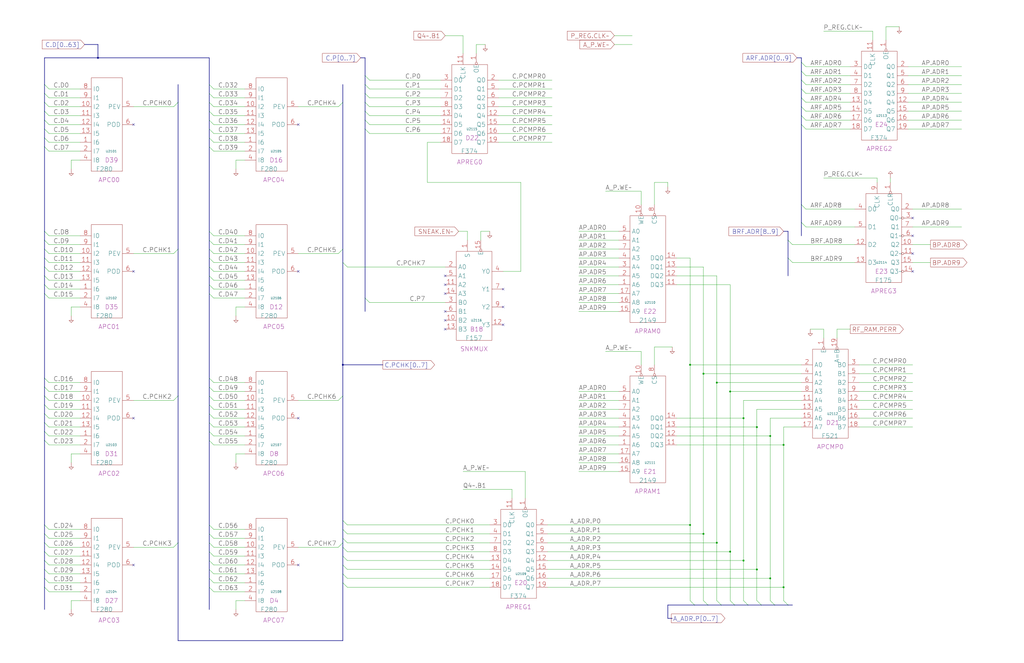
<source format=kicad_sch>
(kicad_sch (version 20230121) (generator eeschema)
  (paper "User" 584.2 378.46)
  (title_block (title "REGISTER FILE A PARITY") (date "22-MAR-90") (rev "1.0") (comment 1 "VALUE") (comment 2 "232-003063") (comment 3 "S400") (comment 4 "RELEASED"))
  (junction (at 431.8 243.84))
  (junction (at 439.42 330.2))
  (junction (at 424.18 238.76))
  (junction (at 424.18 320.04))
  (junction (at 401.32 213.36))
  (junction (at 393.7 299.72))
  (junction (at 393.7 208.28))
  (junction (at 55.88 33.02))
  (junction (at 447.04 335.28))
  (junction (at 447.04 254))
  (junction (at 408.94 309.88))
  (junction (at 431.8 325.12))
  (junction (at 195.58 208.28))
  (junction (at 408.94 218.44))
  (junction (at 416.56 314.96))
  (junction (at 439.42 248.92))
  (junction (at 401.32 304.8))
  (junction (at 416.56 223.52))
  (no_connect (at 76.2 154.94))
  (no_connect (at 520.7 154.94))
  (no_connect (at 254 177.8))
  (no_connect (at 520.7 144.78))
  (no_connect (at 254 187.96))
  (no_connect (at 170.18 322.58))
  (no_connect (at 287.02 185.42))
  (no_connect (at 76.2 71.12))
  (no_connect (at 170.18 238.76))
  (no_connect (at 287.02 175.26))
  (no_connect (at 254 182.88))
  (no_connect (at 254 167.64))
  (no_connect (at 170.18 154.94))
  (no_connect (at 287.02 165.1))
  (no_connect (at 76.2 238.76))
  (no_connect (at 170.18 71.12))
  (no_connect (at 254 162.56))
  (no_connect (at 520.7 124.46))
  (no_connect (at 76.2 322.58))
  (no_connect (at 254 157.48))
  (no_connect (at 520.7 134.62))
  (bus_entry (at 208.28 63.5) (size 2.54 2.54))
  (bus_entry (at 449.58 147.32) (size 2.54 2.54))
  (bus_entry (at 119.38 335.28) (size 2.54 2.54))
  (bus_entry (at 208.28 53.34) (size 2.54 2.54))
  (bus_entry (at 119.38 68.58) (size 2.54 2.54))
  (bus_entry (at 208.28 170.18) (size 2.54 2.54))
  (bus_entry (at 119.38 320.04) (size 2.54 2.54))
  (bus_entry (at 431.8 342.9) (size 2.54 2.54))
  (bus_entry (at 119.38 132.08) (size 2.54 2.54))
  (bus_entry (at 457.2 116.84) (size 2.54 2.54))
  (bus_entry (at 25.4 246.38) (size 2.54 2.54))
  (bus_entry (at 119.38 157.48) (size 2.54 2.54))
  (bus_entry (at 457.2 35.56) (size 2.54 2.54))
  (bus_entry (at 457.2 66.04) (size 2.54 2.54))
  (bus_entry (at 119.38 53.34) (size 2.54 2.54))
  (bus_entry (at 393.7 342.9) (size 2.54 2.54))
  (bus_entry (at 25.4 68.58) (size 2.54 2.54))
  (bus_entry (at 439.42 342.9) (size 2.54 2.54))
  (bus_entry (at 401.32 342.9) (size 2.54 2.54))
  (bus_entry (at 25.4 167.64) (size 2.54 2.54))
  (bus_entry (at 457.2 127) (size 2.54 2.54))
  (bus_entry (at 195.58 312.42) (size 2.54 2.54))
  (bus_entry (at 195.58 322.58) (size 2.54 2.54))
  (bus_entry (at 25.4 241.3) (size 2.54 2.54))
  (bus_entry (at 119.38 246.38) (size 2.54 2.54))
  (bus_entry (at 119.38 137.16) (size 2.54 2.54))
  (bus_entry (at 119.38 241.3) (size 2.54 2.54))
  (bus_entry (at 25.4 53.34) (size 2.54 2.54))
  (bus_entry (at 119.38 220.98) (size 2.54 2.54))
  (bus_entry (at 25.4 231.14) (size 2.54 2.54))
  (bus_entry (at 25.4 335.28) (size 2.54 2.54))
  (bus_entry (at 25.4 73.66) (size 2.54 2.54))
  (bus_entry (at 25.4 299.72) (size 2.54 2.54))
  (bus_entry (at 25.4 132.08) (size 2.54 2.54))
  (bus_entry (at 457.2 40.64) (size 2.54 2.54))
  (bus_entry (at 101.6 309.88) (size -2.54 2.54))
  (bus_entry (at 25.4 142.24) (size 2.54 2.54))
  (bus_entry (at 119.38 251.46) (size 2.54 2.54))
  (bus_entry (at 416.56 342.9) (size 2.54 2.54))
  (bus_entry (at 101.6 58.42) (size -2.54 2.54))
  (bus_entry (at 119.38 167.64) (size 2.54 2.54))
  (bus_entry (at 208.28 48.26) (size 2.54 2.54))
  (bus_entry (at 457.2 60.96) (size 2.54 2.54))
  (bus_entry (at 25.4 58.42) (size 2.54 2.54))
  (bus_entry (at 449.58 137.16) (size 2.54 2.54))
  (bus_entry (at 101.6 226.06) (size -2.54 2.54))
  (bus_entry (at 25.4 330.2) (size 2.54 2.54))
  (bus_entry (at 25.4 162.56) (size 2.54 2.54))
  (bus_entry (at 25.4 304.8) (size 2.54 2.54))
  (bus_entry (at 195.58 149.86) (size 2.54 2.54))
  (bus_entry (at 25.4 83.82) (size 2.54 2.54))
  (bus_entry (at 25.4 48.26) (size 2.54 2.54))
  (bus_entry (at 457.2 50.8) (size 2.54 2.54))
  (bus_entry (at 119.38 215.9) (size 2.54 2.54))
  (bus_entry (at 208.28 68.58) (size 2.54 2.54))
  (bus_entry (at 119.38 78.74) (size 2.54 2.54))
  (bus_entry (at 119.38 299.72) (size 2.54 2.54))
  (bus_entry (at 25.4 226.06) (size 2.54 2.54))
  (bus_entry (at 25.4 325.12) (size 2.54 2.54))
  (bus_entry (at 119.38 330.2) (size 2.54 2.54))
  (bus_entry (at 119.38 73.66) (size 2.54 2.54))
  (bus_entry (at 447.04 342.9) (size 2.54 2.54))
  (bus_entry (at 195.58 327.66) (size 2.54 2.54))
  (bus_entry (at 195.58 317.5) (size 2.54 2.54))
  (bus_entry (at 25.4 320.04) (size 2.54 2.54))
  (bus_entry (at 119.38 304.8) (size 2.54 2.54))
  (bus_entry (at 195.58 302.26) (size 2.54 2.54))
  (bus_entry (at 25.4 309.88) (size 2.54 2.54))
  (bus_entry (at 119.38 236.22) (size 2.54 2.54))
  (bus_entry (at 119.38 309.88) (size 2.54 2.54))
  (bus_entry (at 195.58 309.88) (size -2.54 2.54))
  (bus_entry (at 195.58 307.34) (size 2.54 2.54))
  (bus_entry (at 25.4 220.98) (size 2.54 2.54))
  (bus_entry (at 457.2 45.72) (size 2.54 2.54))
  (bus_entry (at 119.38 48.26) (size 2.54 2.54))
  (bus_entry (at 195.58 332.74) (size 2.54 2.54))
  (bus_entry (at 195.58 142.24) (size -2.54 2.54))
  (bus_entry (at 208.28 73.66) (size 2.54 2.54))
  (bus_entry (at 119.38 152.4) (size 2.54 2.54))
  (bus_entry (at 195.58 226.06) (size -2.54 2.54))
  (bus_entry (at 119.38 58.42) (size 2.54 2.54))
  (bus_entry (at 25.4 236.22) (size 2.54 2.54))
  (bus_entry (at 25.4 78.74) (size 2.54 2.54))
  (bus_entry (at 25.4 137.16) (size 2.54 2.54))
  (bus_entry (at 208.28 58.42) (size 2.54 2.54))
  (bus_entry (at 457.2 55.88) (size 2.54 2.54))
  (bus_entry (at 119.38 162.56) (size 2.54 2.54))
  (bus_entry (at 25.4 63.5) (size 2.54 2.54))
  (bus_entry (at 25.4 152.4) (size 2.54 2.54))
  (bus_entry (at 424.18 342.9) (size 2.54 2.54))
  (bus_entry (at 195.58 58.42) (size -2.54 2.54))
  (bus_entry (at 119.38 231.14) (size 2.54 2.54))
  (bus_entry (at 119.38 63.5) (size 2.54 2.54))
  (bus_entry (at 457.2 71.12) (size 2.54 2.54))
  (bus_entry (at 25.4 157.48) (size 2.54 2.54))
  (bus_entry (at 195.58 297.18) (size 2.54 2.54))
  (bus_entry (at 119.38 83.82) (size 2.54 2.54))
  (bus_entry (at 208.28 43.18) (size 2.54 2.54))
  (bus_entry (at 25.4 251.46) (size 2.54 2.54))
  (bus_entry (at 119.38 147.32) (size 2.54 2.54))
  (bus_entry (at 119.38 314.96) (size 2.54 2.54))
  (bus_entry (at 119.38 142.24) (size 2.54 2.54))
  (bus_entry (at 25.4 147.32) (size 2.54 2.54))
  (bus_entry (at 408.94 342.9) (size 2.54 2.54))
  (bus_entry (at 119.38 226.06) (size 2.54 2.54))
  (bus_entry (at 25.4 215.9) (size 2.54 2.54))
  (bus_entry (at 119.38 325.12) (size 2.54 2.54))
  (bus_entry (at 101.6 142.24) (size -2.54 2.54))
  (bus_entry (at 25.4 314.96) (size 2.54 2.54))
  (wire (pts (xy 459.74 73.66) (xy 485.14 73.66)))
  (bus (pts (xy 457.2 127) (xy 457.2 134.62)))
  (wire (pts (xy 284.48 81.28) (xy 314.96 81.28)))
  (wire (pts (xy 416.56 314.96) (xy 416.56 342.9)))
  (wire (pts (xy 27.94 238.76) (xy 45.72 238.76)))
  (bus (pts (xy 396.24 345.44) (xy 403.86 345.44)))
  (wire (pts (xy 518.16 48.26) (xy 548.64 48.26)))
  (wire (pts (xy 330.2 238.76) (xy 353.06 238.76)))
  (wire (pts (xy 76.2 312.42) (xy 99.06 312.42)))
  (bus (pts (xy 208.28 43.18) (xy 208.28 48.26)))
  (bus (pts (xy 195.58 208.28) (xy 195.58 226.06)))
  (wire (pts (xy 424.18 238.76) (xy 386.08 238.76)))
  (bus (pts (xy 208.28 170.18) (xy 208.28 177.8)))
  (wire (pts (xy 447.04 254) (xy 447.04 243.84)))
  (bus (pts (xy 119.38 152.4) (xy 119.38 157.48)))
  (wire (pts (xy 40.64 91.44) (xy 40.64 96.52)))
  (wire (pts (xy 134.62 91.44) (xy 134.62 96.52)))
  (wire (pts (xy 27.94 144.78) (xy 45.72 144.78)))
  (wire (pts (xy 284.48 71.12) (xy 314.96 71.12)))
  (wire (pts (xy 45.72 259.08) (xy 40.64 259.08)))
  (wire (pts (xy 121.92 223.52) (xy 139.7 223.52)))
  (bus (pts (xy 55.88 25.4) (xy 55.88 33.02)))
  (wire (pts (xy 490.22 233.68) (xy 520.7 233.68)))
  (wire (pts (xy 490.22 213.36) (xy 520.7 213.36)))
  (bus (pts (xy 25.4 320.04) (xy 25.4 325.12)))
  (wire (pts (xy 198.12 304.8) (xy 279.4 304.8)))
  (wire (pts (xy 386.08 243.84) (xy 431.8 243.84)))
  (wire (pts (xy 27.94 160.02) (xy 45.72 160.02)))
  (bus (pts (xy 119.38 132.08) (xy 119.38 137.16)))
  (wire (pts (xy 424.18 320.04) (xy 424.18 238.76)))
  (wire (pts (xy 459.74 53.34) (xy 485.14 53.34)))
  (wire (pts (xy 424.18 228.6) (xy 424.18 238.76)))
  (bus (pts (xy 447.04 132.08) (xy 449.58 132.08)))
  (bus (pts (xy 25.4 299.72) (xy 25.4 304.8)))
  (bus (pts (xy 195.58 307.34) (xy 195.58 309.88)))
  (wire (pts (xy 518.16 38.1) (xy 548.64 38.1)))
  (bus (pts (xy 449.58 137.16) (xy 449.58 147.32)))
  (bus (pts (xy 25.4 147.32) (xy 25.4 152.4)))
  (wire (pts (xy 462.28 187.96) (xy 469.9 187.96)))
  (wire (pts (xy 27.94 149.86) (xy 45.72 149.86)))
  (wire (pts (xy 365.76 109.22) (xy 365.76 116.84)))
  (wire (pts (xy 330.2 228.6) (xy 353.06 228.6)))
  (wire (pts (xy 431.8 243.84) (xy 431.8 233.68)))
  (bus (pts (xy 457.2 45.72) (xy 457.2 50.8)))
  (wire (pts (xy 457.2 228.6) (xy 424.18 228.6)))
  (wire (pts (xy 459.74 43.18) (xy 485.14 43.18)))
  (bus (pts (xy 195.58 142.24) (xy 195.58 149.86)))
  (bus (pts (xy 119.38 246.38) (xy 119.38 251.46)))
  (bus (pts (xy 119.38 299.72) (xy 119.38 304.8)))
  (wire (pts (xy 513.08 15.24) (xy 505.46 15.24)))
  (bus (pts (xy 25.4 236.22) (xy 25.4 241.3)))
  (wire (pts (xy 330.2 142.24) (xy 353.06 142.24)))
  (wire (pts (xy 76.2 144.78) (xy 99.06 144.78)))
  (wire (pts (xy 490.22 238.76) (xy 520.7 238.76)))
  (bus (pts (xy 119.38 309.88) (xy 119.38 314.96)))
  (wire (pts (xy 27.94 134.62) (xy 45.72 134.62)))
  (wire (pts (xy 170.18 228.6) (xy 193.04 228.6)))
  (wire (pts (xy 27.94 228.6) (xy 45.72 228.6)))
  (wire (pts (xy 497.84 17.78) (xy 497.84 22.86)))
  (wire (pts (xy 408.94 342.9) (xy 408.94 309.88)))
  (wire (pts (xy 431.8 233.68) (xy 457.2 233.68)))
  (wire (pts (xy 121.92 76.2) (xy 139.7 76.2)))
  (wire (pts (xy 121.92 81.28) (xy 139.7 81.28)))
  (wire (pts (xy 447.04 254) (xy 447.04 335.28)))
  (wire (pts (xy 121.92 66.04) (xy 139.7 66.04)))
  (wire (pts (xy 459.74 48.26) (xy 485.14 48.26)))
  (bus (pts (xy 25.4 137.16) (xy 25.4 142.24)))
  (wire (pts (xy 439.42 330.2) (xy 439.42 248.92)))
  (bus (pts (xy 25.4 226.06) (xy 25.4 231.14)))
  (bus (pts (xy 403.86 345.44) (xy 411.48 345.44)))
  (bus (pts (xy 25.4 68.58) (xy 25.4 73.66)))
  (wire (pts (xy 243.84 104.14) (xy 297.18 104.14)))
  (wire (pts (xy 284.48 45.72) (xy 314.96 45.72)))
  (bus (pts (xy 119.38 33.02) (xy 119.38 48.26)))
  (wire (pts (xy 439.42 248.92) (xy 386.08 248.92)))
  (bus (pts (xy 119.38 162.56) (xy 119.38 167.64)))
  (wire (pts (xy 408.94 157.48) (xy 386.08 157.48)))
  (wire (pts (xy 121.92 317.5) (xy 139.7 317.5)))
  (wire (pts (xy 121.92 243.84) (xy 139.7 243.84)))
  (bus (pts (xy 25.4 215.9) (xy 25.4 220.98)))
  (bus (pts (xy 25.4 314.96) (xy 25.4 320.04)))
  (bus (pts (xy 25.4 58.42) (xy 25.4 63.5)))
  (wire (pts (xy 401.32 213.36) (xy 401.32 304.8)))
  (wire (pts (xy 459.74 129.54) (xy 487.68 129.54)))
  (bus (pts (xy 119.38 78.74) (xy 119.38 83.82)))
  (wire (pts (xy 121.92 337.82) (xy 139.7 337.82)))
  (wire (pts (xy 121.92 218.44) (xy 139.7 218.44)))
  (wire (pts (xy 198.12 152.4) (xy 254 152.4)))
  (bus (pts (xy 25.4 157.48) (xy 25.4 162.56)))
  (wire (pts (xy 210.82 76.2) (xy 251.46 76.2)))
  (wire (pts (xy 27.94 302.26) (xy 45.72 302.26)))
  (bus (pts (xy 25.4 325.12) (xy 25.4 330.2)))
  (bus (pts (xy 441.96 345.44) (xy 449.58 345.44)))
  (wire (pts (xy 297.18 104.14) (xy 297.18 154.94)))
  (wire (pts (xy 350.52 20.32) (xy 360.68 20.32)))
  (bus (pts (xy 101.6 309.88) (xy 101.6 365.76)))
  (bus (pts (xy 25.4 335.28) (xy 25.4 347.98)))
  (wire (pts (xy 424.18 342.9) (xy 424.18 320.04)))
  (bus (pts (xy 457.2 33.02) (xy 457.2 35.56)))
  (bus (pts (xy 101.6 58.42) (xy 101.6 142.24)))
  (bus (pts (xy 25.4 132.08) (xy 25.4 137.16)))
  (wire (pts (xy 27.94 243.84) (xy 45.72 243.84)))
  (wire (pts (xy 134.62 175.26) (xy 134.62 180.34)))
  (bus (pts (xy 205.74 33.02) (xy 208.28 33.02)))
  (wire (pts (xy 330.2 264.16) (xy 353.06 264.16)))
  (bus (pts (xy 119.38 73.66) (xy 119.38 78.74)))
  (wire (pts (xy 210.82 45.72) (xy 251.46 45.72)))
  (wire (pts (xy 312.42 304.8) (xy 401.32 304.8)))
  (wire (pts (xy 210.82 55.88) (xy 251.46 55.88)))
  (wire (pts (xy 121.92 154.94) (xy 139.7 154.94)))
  (bus (pts (xy 119.38 167.64) (xy 119.38 215.9)))
  (wire (pts (xy 485.14 187.96) (xy 477.52 187.96)))
  (bus (pts (xy 119.38 251.46) (xy 119.38 299.72)))
  (bus (pts (xy 381 345.44) (xy 396.24 345.44)))
  (wire (pts (xy 27.94 60.96) (xy 45.72 60.96)))
  (bus (pts (xy 119.38 215.9) (xy 119.38 220.98)))
  (wire (pts (xy 276.86 25.4) (xy 271.78 25.4)))
  (bus (pts (xy 195.58 317.5) (xy 195.58 322.58)))
  (bus (pts (xy 411.48 345.44) (xy 419.1 345.44)))
  (wire (pts (xy 279.4 132.08) (xy 274.32 132.08)))
  (wire (pts (xy 330.2 233.68) (xy 353.06 233.68)))
  (wire (pts (xy 27.94 50.8) (xy 45.72 50.8)))
  (wire (pts (xy 330.2 172.72) (xy 353.06 172.72)))
  (wire (pts (xy 139.7 175.26) (xy 134.62 175.26)))
  (wire (pts (xy 121.92 332.74) (xy 139.7 332.74)))
  (wire (pts (xy 121.92 50.8) (xy 139.7 50.8)))
  (wire (pts (xy 520.7 149.86) (xy 530.86 149.86)))
  (bus (pts (xy 195.58 226.06) (xy 195.58 297.18)))
  (wire (pts (xy 27.94 76.2) (xy 45.72 76.2)))
  (wire (pts (xy 500.38 104.14) (xy 500.38 101.6)))
  (wire (pts (xy 134.62 342.9) (xy 134.62 347.98)))
  (bus (pts (xy 195.58 312.42) (xy 195.58 317.5)))
  (bus (pts (xy 195.58 48.26) (xy 195.58 58.42)))
  (wire (pts (xy 401.32 152.4) (xy 401.32 213.36)))
  (wire (pts (xy 134.62 259.08) (xy 134.62 264.16)))
  (wire (pts (xy 330.2 269.24) (xy 353.06 269.24)))
  (bus (pts (xy 449.58 132.08) (xy 449.58 137.16)))
  (wire (pts (xy 330.2 243.84) (xy 353.06 243.84)))
  (wire (pts (xy 45.72 91.44) (xy 40.64 91.44)))
  (wire (pts (xy 121.92 254) (xy 139.7 254)))
  (wire (pts (xy 27.94 312.42) (xy 45.72 312.42)))
  (bus (pts (xy 119.38 325.12) (xy 119.38 330.2)))
  (bus (pts (xy 454.66 33.02) (xy 457.2 33.02)))
  (bus (pts (xy 457.2 116.84) (xy 457.2 127)))
  (bus (pts (xy 25.4 162.56) (xy 25.4 167.64)))
  (wire (pts (xy 27.94 170.18) (xy 45.72 170.18)))
  (wire (pts (xy 27.94 327.66) (xy 45.72 327.66)))
  (wire (pts (xy 518.16 73.66) (xy 548.64 73.66)))
  (wire (pts (xy 170.18 60.96) (xy 193.04 60.96)))
  (bus (pts (xy 195.58 149.86) (xy 195.58 208.28)))
  (bus (pts (xy 119.38 147.32) (xy 119.38 152.4)))
  (wire (pts (xy 424.18 320.04) (xy 312.42 320.04)))
  (wire (pts (xy 373.38 104.14) (xy 373.38 116.84)))
  (wire (pts (xy 284.48 66.04) (xy 314.96 66.04)))
  (wire (pts (xy 76.2 60.96) (xy 99.06 60.96)))
  (wire (pts (xy 292.1 279.4) (xy 292.1 284.48)))
  (wire (pts (xy 469.9 17.78) (xy 497.84 17.78)))
  (bus (pts (xy 195.58 302.26) (xy 195.58 307.34)))
  (wire (pts (xy 330.2 177.8) (xy 353.06 177.8)))
  (wire (pts (xy 386.08 162.56) (xy 416.56 162.56)))
  (bus (pts (xy 434.34 345.44) (xy 441.96 345.44)))
  (bus (pts (xy 101.6 226.06) (xy 101.6 309.88)))
  (bus (pts (xy 25.4 330.2) (xy 25.4 335.28)))
  (wire (pts (xy 210.82 60.96) (xy 251.46 60.96)))
  (wire (pts (xy 452.12 139.7) (xy 487.68 139.7)))
  (wire (pts (xy 27.94 86.36) (xy 45.72 86.36)))
  (wire (pts (xy 264.16 269.24) (xy 299.72 269.24)))
  (wire (pts (xy 284.48 76.2) (xy 314.96 76.2)))
  (wire (pts (xy 330.2 162.56) (xy 353.06 162.56)))
  (wire (pts (xy 76.2 228.6) (xy 99.06 228.6)))
  (wire (pts (xy 251.46 81.28) (xy 243.84 81.28)))
  (bus (pts (xy 101.6 365.76) (xy 195.58 365.76)))
  (bus (pts (xy 25.4 152.4) (xy 25.4 157.48)))
  (wire (pts (xy 508 101.6) (xy 508 104.14)))
  (wire (pts (xy 383.54 198.12) (xy 373.38 198.12)))
  (bus (pts (xy 25.4 48.26) (xy 25.4 53.34)))
  (wire (pts (xy 518.16 68.58) (xy 548.64 68.58)))
  (wire (pts (xy 490.22 243.84) (xy 520.7 243.84)))
  (wire (pts (xy 121.92 55.88) (xy 139.7 55.88)))
  (bus (pts (xy 457.2 66.04) (xy 457.2 71.12)))
  (wire (pts (xy 330.2 223.52) (xy 353.06 223.52)))
  (bus (pts (xy 195.58 58.42) (xy 195.58 142.24)))
  (wire (pts (xy 274.32 132.08) (xy 274.32 137.16)))
  (wire (pts (xy 459.74 58.42) (xy 485.14 58.42)))
  (wire (pts (xy 198.12 330.2) (xy 279.4 330.2)))
  (wire (pts (xy 27.94 139.7) (xy 45.72 139.7)))
  (bus (pts (xy 101.6 142.24) (xy 101.6 226.06)))
  (wire (pts (xy 330.2 152.4) (xy 353.06 152.4)))
  (wire (pts (xy 505.46 15.24) (xy 505.46 22.86)))
  (wire (pts (xy 330.2 137.16) (xy 353.06 137.16)))
  (wire (pts (xy 330.2 132.08) (xy 353.06 132.08)))
  (bus (pts (xy 25.4 246.38) (xy 25.4 251.46)))
  (bus (pts (xy 457.2 50.8) (xy 457.2 55.88)))
  (wire (pts (xy 210.82 71.12) (xy 251.46 71.12)))
  (wire (pts (xy 40.64 259.08) (xy 40.64 264.16)))
  (wire (pts (xy 27.94 332.74) (xy 45.72 332.74)))
  (wire (pts (xy 27.94 218.44) (xy 45.72 218.44)))
  (wire (pts (xy 261.62 132.08) (xy 266.7 132.08)))
  (wire (pts (xy 401.32 213.36) (xy 457.2 213.36)))
  (bus (pts (xy 195.58 332.74) (xy 195.58 365.76)))
  (wire (pts (xy 254 20.32) (xy 264.16 20.32)))
  (wire (pts (xy 457.2 238.76) (xy 439.42 238.76)))
  (wire (pts (xy 170.18 144.78) (xy 193.04 144.78)))
  (wire (pts (xy 284.48 50.8) (xy 314.96 50.8)))
  (wire (pts (xy 266.7 132.08) (xy 266.7 137.16)))
  (wire (pts (xy 312.42 335.28) (xy 447.04 335.28)))
  (wire (pts (xy 393.7 208.28) (xy 393.7 299.72)))
  (wire (pts (xy 210.82 172.72) (xy 254 172.72)))
  (wire (pts (xy 139.7 91.44) (xy 134.62 91.44)))
  (bus (pts (xy 457.2 60.96) (xy 457.2 66.04)))
  (bus (pts (xy 119.38 241.3) (xy 119.38 246.38)))
  (bus (pts (xy 119.38 304.8) (xy 119.38 309.88)))
  (bus (pts (xy 25.4 33.02) (xy 25.4 48.26)))
  (bus (pts (xy 48.26 25.4) (xy 55.88 25.4)))
  (wire (pts (xy 27.94 66.04) (xy 45.72 66.04)))
  (bus (pts (xy 457.2 40.64) (xy 457.2 45.72)))
  (bus (pts (xy 119.38 58.42) (xy 119.38 63.5)))
  (wire (pts (xy 284.48 55.88) (xy 314.96 55.88)))
  (wire (pts (xy 386.08 147.32) (xy 393.7 147.32)))
  (wire (pts (xy 490.22 218.44) (xy 520.7 218.44)))
  (bus (pts (xy 101.6 48.26) (xy 101.6 58.42)))
  (wire (pts (xy 459.74 119.38) (xy 487.68 119.38)))
  (wire (pts (xy 27.94 233.68) (xy 45.72 233.68)))
  (wire (pts (xy 264.16 20.32) (xy 264.16 30.48)))
  (wire (pts (xy 121.92 307.34) (xy 139.7 307.34)))
  (bus (pts (xy 119.38 157.48) (xy 119.38 162.56)))
  (wire (pts (xy 27.94 71.12) (xy 45.72 71.12)))
  (wire (pts (xy 330.2 167.64) (xy 353.06 167.64)))
  (wire (pts (xy 121.92 160.02) (xy 139.7 160.02)))
  (wire (pts (xy 459.74 63.5) (xy 485.14 63.5)))
  (bus (pts (xy 457.2 71.12) (xy 457.2 116.84)))
  (wire (pts (xy 45.72 175.26) (xy 40.64 175.26)))
  (wire (pts (xy 121.92 238.76) (xy 139.7 238.76)))
  (bus (pts (xy 208.28 58.42) (xy 208.28 63.5)))
  (wire (pts (xy 27.94 317.5) (xy 45.72 317.5)))
  (bus (pts (xy 381 353.06) (xy 383.54 353.06)))
  (bus (pts (xy 119.38 142.24) (xy 119.38 147.32)))
  (bus (pts (xy 195.58 208.28) (xy 218.44 208.28)))
  (wire (pts (xy 439.42 238.76) (xy 439.42 248.92)))
  (wire (pts (xy 121.92 248.92) (xy 139.7 248.92)))
  (wire (pts (xy 365.76 200.66) (xy 365.76 208.28)))
  (wire (pts (xy 416.56 223.52) (xy 457.2 223.52)))
  (wire (pts (xy 27.94 307.34) (xy 45.72 307.34)))
  (bus (pts (xy 119.38 335.28) (xy 119.38 347.98)))
  (bus (pts (xy 25.4 167.64) (xy 25.4 215.9)))
  (bus (pts (xy 25.4 304.8) (xy 25.4 309.88)))
  (bus (pts (xy 457.2 35.56) (xy 457.2 40.64)))
  (wire (pts (xy 447.04 243.84) (xy 457.2 243.84)))
  (wire (pts (xy 198.12 320.04) (xy 279.4 320.04)))
  (wire (pts (xy 299.72 269.24) (xy 299.72 284.48)))
  (wire (pts (xy 121.92 302.26) (xy 139.7 302.26)))
  (wire (pts (xy 452.12 149.86) (xy 487.68 149.86)))
  (wire (pts (xy 40.64 175.26) (xy 40.64 180.34)))
  (wire (pts (xy 27.94 223.52) (xy 45.72 223.52)))
  (bus (pts (xy 25.4 78.74) (xy 25.4 83.82)))
  (bus (pts (xy 25.4 83.82) (xy 25.4 132.08)))
  (bus (pts (xy 449.58 147.32) (xy 449.58 157.48)))
  (bus (pts (xy 119.38 68.58) (xy 119.38 73.66)))
  (wire (pts (xy 518.16 43.18) (xy 548.64 43.18)))
  (wire (pts (xy 121.92 170.18) (xy 139.7 170.18)))
  (wire (pts (xy 408.94 309.88) (xy 312.42 309.88)))
  (bus (pts (xy 55.88 33.02) (xy 119.38 33.02)))
  (bus (pts (xy 25.4 241.3) (xy 25.4 246.38)))
  (wire (pts (xy 416.56 223.52) (xy 416.56 314.96)))
  (wire (pts (xy 330.2 147.32) (xy 353.06 147.32)))
  (wire (pts (xy 459.74 38.1) (xy 485.14 38.1)))
  (wire (pts (xy 198.12 299.72) (xy 279.4 299.72)))
  (bus (pts (xy 119.38 226.06) (xy 119.38 231.14)))
  (wire (pts (xy 393.7 299.72) (xy 393.7 342.9)))
  (wire (pts (xy 518.16 63.5) (xy 548.64 63.5)))
  (wire (pts (xy 312.42 314.96) (xy 416.56 314.96)))
  (wire (pts (xy 431.8 325.12) (xy 431.8 342.9)))
  (wire (pts (xy 345.44 200.66) (xy 365.76 200.66)))
  (wire (pts (xy 271.78 25.4) (xy 271.78 30.48)))
  (wire (pts (xy 121.92 134.62) (xy 139.7 134.62)))
  (bus (pts (xy 208.28 73.66) (xy 208.28 170.18)))
  (wire (pts (xy 490.22 208.28) (xy 520.7 208.28)))
  (wire (pts (xy 518.16 58.42) (xy 548.64 58.42)))
  (wire (pts (xy 373.38 198.12) (xy 373.38 208.28)))
  (wire (pts (xy 210.82 66.04) (xy 251.46 66.04)))
  (wire (pts (xy 27.94 248.92) (xy 45.72 248.92)))
  (wire (pts (xy 381 106.68) (xy 381 104.14)))
  (wire (pts (xy 198.12 325.12) (xy 279.4 325.12)))
  (wire (pts (xy 139.7 259.08) (xy 134.62 259.08)))
  (wire (pts (xy 198.12 335.28) (xy 279.4 335.28)))
  (bus (pts (xy 25.4 231.14) (xy 25.4 236.22)))
  (wire (pts (xy 170.18 312.42) (xy 193.04 312.42)))
  (wire (pts (xy 121.92 327.66) (xy 139.7 327.66)))
  (bus (pts (xy 25.4 251.46) (xy 25.4 299.72)))
  (wire (pts (xy 45.72 342.9) (xy 40.64 342.9)))
  (wire (pts (xy 312.42 325.12) (xy 431.8 325.12)))
  (wire (pts (xy 121.92 233.68) (xy 139.7 233.68)))
  (wire (pts (xy 350.52 25.4) (xy 360.68 25.4)))
  (bus (pts (xy 119.38 137.16) (xy 119.38 142.24)))
  (bus (pts (xy 119.38 220.98) (xy 119.38 226.06)))
  (wire (pts (xy 284.48 60.96) (xy 314.96 60.96)))
  (bus (pts (xy 25.4 220.98) (xy 25.4 226.06)))
  (wire (pts (xy 27.94 165.1) (xy 45.72 165.1)))
  (bus (pts (xy 25.4 53.34) (xy 25.4 58.42)))
  (wire (pts (xy 386.08 254) (xy 447.04 254)))
  (wire (pts (xy 447.04 335.28) (xy 447.04 342.9)))
  (bus (pts (xy 208.28 63.5) (xy 208.28 68.58)))
  (bus (pts (xy 208.28 68.58) (xy 208.28 73.66)))
  (wire (pts (xy 401.32 304.8) (xy 401.32 342.9)))
  (bus (pts (xy 208.28 53.34) (xy 208.28 58.42)))
  (wire (pts (xy 121.92 312.42) (xy 139.7 312.42)))
  (wire (pts (xy 243.84 81.28) (xy 243.84 104.14)))
  (bus (pts (xy 426.72 345.44) (xy 434.34 345.44)))
  (bus (pts (xy 119.38 53.34) (xy 119.38 58.42)))
  (wire (pts (xy 408.94 218.44) (xy 408.94 157.48)))
  (wire (pts (xy 264.16 279.4) (xy 292.1 279.4)))
  (bus (pts (xy 208.28 48.26) (xy 208.28 53.34)))
  (wire (pts (xy 121.92 228.6) (xy 139.7 228.6)))
  (wire (pts (xy 27.94 322.58) (xy 45.72 322.58)))
  (wire (pts (xy 27.94 154.94) (xy 45.72 154.94)))
  (wire (pts (xy 469.9 187.96) (xy 469.9 193.04)))
  (bus (pts (xy 119.38 236.22) (xy 119.38 241.3)))
  (bus (pts (xy 119.38 48.26) (xy 119.38 53.34)))
  (wire (pts (xy 416.56 162.56) (xy 416.56 223.52)))
  (bus (pts (xy 195.58 327.66) (xy 195.58 332.74)))
  (wire (pts (xy 439.42 342.9) (xy 439.42 330.2)))
  (bus (pts (xy 25.4 33.02) (xy 55.88 33.02)))
  (bus (pts (xy 119.38 330.2) (xy 119.38 335.28)))
  (wire (pts (xy 198.12 314.96) (xy 279.4 314.96)))
  (bus (pts (xy 119.38 320.04) (xy 119.38 325.12)))
  (bus (pts (xy 419.1 345.44) (xy 426.72 345.44)))
  (wire (pts (xy 439.42 330.2) (xy 312.42 330.2)))
  (bus (pts (xy 119.38 231.14) (xy 119.38 236.22)))
  (bus (pts (xy 25.4 73.66) (xy 25.4 78.74)))
  (wire (pts (xy 381 104.14) (xy 373.38 104.14)))
  (bus (pts (xy 119.38 63.5) (xy 119.38 68.58)))
  (wire (pts (xy 27.94 337.82) (xy 45.72 337.82)))
  (wire (pts (xy 198.12 309.88) (xy 279.4 309.88)))
  (wire (pts (xy 330.2 259.08) (xy 353.06 259.08)))
  (wire (pts (xy 408.94 218.44) (xy 457.2 218.44)))
  (wire (pts (xy 459.74 68.58) (xy 485.14 68.58)))
  (wire (pts (xy 121.92 139.7) (xy 139.7 139.7)))
  (wire (pts (xy 500.38 101.6) (xy 469.9 101.6)))
  (wire (pts (xy 312.42 299.72) (xy 393.7 299.72)))
  (wire (pts (xy 121.92 322.58) (xy 139.7 322.58)))
  (wire (pts (xy 490.22 223.52) (xy 520.7 223.52)))
  (wire (pts (xy 520.7 119.38) (xy 548.64 119.38)))
  (bus (pts (xy 119.38 314.96) (xy 119.38 320.04)))
  (wire (pts (xy 121.92 149.86) (xy 139.7 149.86)))
  (wire (pts (xy 477.52 187.96) (xy 477.52 193.04)))
  (wire (pts (xy 139.7 342.9) (xy 134.62 342.9)))
  (wire (pts (xy 520.7 139.7) (xy 530.86 139.7)))
  (wire (pts (xy 121.92 86.36) (xy 139.7 86.36)))
  (wire (pts (xy 27.94 55.88) (xy 45.72 55.88)))
  (wire (pts (xy 27.94 254) (xy 45.72 254)))
  (wire (pts (xy 330.2 254) (xy 353.06 254)))
  (bus (pts (xy 25.4 142.24) (xy 25.4 147.32)))
  (wire (pts (xy 27.94 81.28) (xy 45.72 81.28)))
  (wire (pts (xy 40.64 342.9) (xy 40.64 347.98)))
  (wire (pts (xy 520.7 129.54) (xy 548.64 129.54)))
  (wire (pts (xy 431.8 243.84) (xy 431.8 325.12)))
  (wire (pts (xy 210.82 50.8) (xy 251.46 50.8)))
  (wire (pts (xy 297.18 154.94) (xy 287.02 154.94)))
  (bus (pts (xy 195.58 309.88) (xy 195.58 312.42)))
  (bus (pts (xy 457.2 55.88) (xy 457.2 60.96)))
  (bus (pts (xy 449.58 345.44) (xy 452.12 345.44)))
  (bus (pts (xy 381 345.44) (xy 381 353.06)))
  (bus (pts (xy 195.58 297.18) (xy 195.58 302.26)))
  (bus (pts (xy 208.28 33.02) (xy 208.28 43.18)))
  (wire (pts (xy 393.7 147.32) (xy 393.7 208.28)))
  (bus (pts (xy 195.58 322.58) (xy 195.58 327.66)))
  (wire (pts (xy 121.92 71.12) (xy 139.7 71.12)))
  (wire (pts (xy 121.92 60.96) (xy 139.7 60.96)))
  (wire (pts (xy 345.44 109.22) (xy 365.76 109.22)))
  (wire (pts (xy 121.92 144.78) (xy 139.7 144.78)))
  (wire (pts (xy 490.22 228.6) (xy 520.7 228.6)))
  (wire (pts (xy 518.16 53.34) (xy 548.64 53.34)))
  (wire (pts (xy 393.7 208.28) (xy 457.2 208.28)))
  (bus (pts (xy 25.4 63.5) (xy 25.4 68.58)))
  (wire (pts (xy 330.2 157.48) (xy 353.06 157.48)))
  (wire (pts (xy 408.94 309.88) (xy 408.94 218.44)))
  (wire (pts (xy 330.2 248.92) (xy 353.06 248.92)))
  (wire (pts (xy 386.08 152.4) (xy 401.32 152.4)))
  (bus (pts (xy 25.4 309.88) (xy 25.4 314.96)))
  (wire (pts (xy 121.92 165.1) (xy 139.7 165.1)))
  (bus (pts (xy 119.38 83.82) (xy 119.38 132.08)))
  (label "C.D5" (at 30.48 76.2 0) (effects (font (size 2.54 2.54))))
  (label "AP.ADR7" (at 525.78 73.66 0) (effects (font (size 2.54 2.54))))
  (label "C.PCHK2" (at 254 309.88 0) (effects (font (size 2.54 2.54))))
  (label "AP.ADR9" (at 330.2 177.8 0) (effects (font (size 2.54 2.54))))
  (label "C.D14" (at 30.48 165.1 0) (effects (font (size 2.54 2.54))))
  (label "C.D58" (at 124.46 312.42 0) (effects (font (size 2.54 2.54))))
  (label "AP.ADR4" (at 330.2 152.4 0) (effects (font (size 2.54 2.54))))
  (label "C.D60" (at 124.46 322.58 0) (effects (font (size 2.54 2.54))))
  (label "C.P0" (at 231.14 45.72 0) (effects (font (size 2.54 2.54))))
  (label "A_ADR.P1" (at 325.12 304.8 0) (effects (font (size 2.54 2.54))))
  (label "A_P.WE~" (at 345.44 109.22 0) (effects (font (size 2.54 2.54))))
  (label "C.D29" (at 30.48 327.66 0) (effects (font (size 2.54 2.54))))
  (label "P_REG.CLK~" (at 469.9 101.6 0) (effects (font (size 2.54 2.54))))
  (label "AP.ADR3" (at 330.2 238.76 0) (effects (font (size 2.54 2.54))))
  (label "AP.ADR7" (at 330.2 259.08 0) (effects (font (size 2.54 2.54))))
  (label "C.D44" (at 124.46 154.94 0) (effects (font (size 2.54 2.54))))
  (label "C.PCHK6" (at 175.26 228.6 0) (effects (font (size 2.54 2.54))))
  (label "C.PCMPR7" (at 292.1 81.28 0) (effects (font (size 2.54 2.54))))
  (label "A_ADR.P7" (at 325.12 335.28 0) (effects (font (size 2.54 2.54))))
  (label "C.PCMPR4" (at 292.1 66.04 0) (effects (font (size 2.54 2.54))))
  (label "C.D63" (at 124.46 337.82 0) (effects (font (size 2.54 2.54))))
  (label "ARF.ADR6" (at 462.28 68.58 0) (effects (font (size 2.54 2.54))))
  (label "C.D56" (at 124.46 302.26 0) (effects (font (size 2.54 2.54))))
  (label "C.D13" (at 30.48 160.02 0) (effects (font (size 2.54 2.54))))
  (label "C.D38" (at 124.46 81.28 0) (effects (font (size 2.54 2.54))))
  (label "C.PCMPR6" (at 292.1 76.2 0) (effects (font (size 2.54 2.54))))
  (label "C.P5" (at 231.14 71.12 0) (effects (font (size 2.54 2.54))))
  (label "C.PCMPR5" (at 497.84 233.68 0) (effects (font (size 2.54 2.54))))
  (label "C.D23" (at 30.48 254 0) (effects (font (size 2.54 2.54))))
  (label "C.D9" (at 30.48 139.7 0) (effects (font (size 2.54 2.54))))
  (label "C.P3" (at 231.14 60.96 0) (effects (font (size 2.54 2.54))))
  (label "C.D16" (at 30.48 218.44 0) (effects (font (size 2.54 2.54))))
  (label "ARF.ADR5" (at 462.28 63.5 0) (effects (font (size 2.54 2.54))))
  (label "C.D12" (at 30.48 154.94 0) (effects (font (size 2.54 2.54))))
  (label "C.D51" (at 124.46 233.68 0) (effects (font (size 2.54 2.54))))
  (label "C.PCHK7" (at 254 335.28 0) (effects (font (size 2.54 2.54))))
  (label "A_P.WE~" (at 264.16 269.24 0) (effects (font (size 2.54 2.54))))
  (label "C.PCHK2" (at 81.28 228.6 0) (effects (font (size 2.54 2.54))))
  (label "C.D10" (at 30.48 144.78 0) (effects (font (size 2.54 2.54))))
  (label "C.D59" (at 124.46 317.5 0) (effects (font (size 2.54 2.54))))
  (label "A_ADR.P4" (at 325.12 320.04 0) (effects (font (size 2.54 2.54))))
  (label "C.D54" (at 124.46 248.92 0) (effects (font (size 2.54 2.54))))
  (label "A_ADR.P3" (at 325.12 314.96 0) (effects (font (size 2.54 2.54))))
  (label "C.D25" (at 30.48 307.34 0) (effects (font (size 2.54 2.54))))
  (label "C.PCMPR5" (at 292.1 71.12 0) (effects (font (size 2.54 2.54))))
  (label "A_ADR.P5" (at 325.12 325.12 0) (effects (font (size 2.54 2.54))))
  (label "ARF.ADR4" (at 462.28 58.42 0) (effects (font (size 2.54 2.54))))
  (label "AP.ADR3" (at 330.2 147.32 0) (effects (font (size 2.54 2.54))))
  (label "AP.ADR4" (at 525.78 58.42 0) (effects (font (size 2.54 2.54))))
  (label "C.PCHK0" (at 81.28 60.96 0) (effects (font (size 2.54 2.54))))
  (label "C.PCHK4" (at 254 320.04 0) (effects (font (size 2.54 2.54))))
  (label "C.D40" (at 124.46 134.62 0) (effects (font (size 2.54 2.54))))
  (label "C.D61" (at 124.46 327.66 0) (effects (font (size 2.54 2.54))))
  (label "C.PCHK6" (at 254 330.2 0) (effects (font (size 2.54 2.54))))
  (label "AP.ADR9" (at 525.78 129.54 0) (effects (font (size 2.54 2.54))))
  (label "C.D57" (at 124.46 307.34 0) (effects (font (size 2.54 2.54))))
  (label "C.PCHK3" (at 81.28 312.42 0) (effects (font (size 2.54 2.54))))
  (label "C.D0" (at 30.48 50.8 0) (effects (font (size 2.54 2.54))))
  (label "C.PCHK5" (at 175.26 144.78 0) (effects (font (size 2.54 2.54))))
  (label "C.PCMPR4" (at 497.84 228.6 0) (effects (font (size 2.54 2.54))))
  (label "ARF.ADR8" (at 462.28 119.38 0) (effects (font (size 2.54 2.54))))
  (label "C.D46" (at 124.46 165.1 0) (effects (font (size 2.54 2.54))))
  (label "AP.ADR1" (at 330.2 137.16 0) (effects (font (size 2.54 2.54))))
  (label "AP.ADR2" (at 330.2 142.24 0) (effects (font (size 2.54 2.54))))
  (label "AP.ADR0" (at 330.2 132.08 0) (effects (font (size 2.54 2.54))))
  (label "ARF.ADR3" (at 462.28 53.34 0) (effects (font (size 2.54 2.54))))
  (label "C.P4" (at 231.14 66.04 0) (effects (font (size 2.54 2.54))))
  (label "C.D52" (at 124.46 238.76 0) (effects (font (size 2.54 2.54))))
  (label "C.D3" (at 30.48 66.04 0) (effects (font (size 2.54 2.54))))
  (label "P_REG.CLK~" (at 469.9 17.78 0) (effects (font (size 2.54 2.54))))
  (label "AP.ADR5" (at 330.2 248.92 0) (effects (font (size 2.54 2.54))))
  (label "AP.ADR6" (at 330.2 162.56 0) (effects (font (size 2.54 2.54))))
  (label "C.PCHK3" (at 254 314.96 0) (effects (font (size 2.54 2.54))))
  (label "C.PCMPR3" (at 497.84 223.52 0) (effects (font (size 2.54 2.54))))
  (label "C.D6" (at 30.48 81.28 0) (effects (font (size 2.54 2.54))))
  (label "C.PCHK7" (at 175.26 312.42 0) (effects (font (size 2.54 2.54))))
  (label "C.D35" (at 124.46 66.04 0) (effects (font (size 2.54 2.54))))
  (label "C.D17" (at 30.48 223.52 0) (effects (font (size 2.54 2.54))))
  (label "C.D45" (at 124.46 160.02 0) (effects (font (size 2.54 2.54))))
  (label "C.D2" (at 30.48 60.96 0) (effects (font (size 2.54 2.54))))
  (label "C.PCHK1" (at 254 304.8 0) (effects (font (size 2.54 2.54))))
  (label "C.PCMPR1" (at 292.1 50.8 0) (effects (font (size 2.54 2.54))))
  (label "A_P.WE~" (at 345.44 200.66 0) (effects (font (size 2.54 2.54))))
  (label "C.P1" (at 231.14 50.8 0) (effects (font (size 2.54 2.54))))
  (label "C.D21" (at 30.48 243.84 0) (effects (font (size 2.54 2.54))))
  (label "C.PCHK7" (at 226.06 152.4 0) (effects (font (size 2.54 2.54))))
  (label "C.D15" (at 30.48 170.18 0) (effects (font (size 2.54 2.54))))
  (label "C.D50" (at 124.46 228.6 0) (effects (font (size 2.54 2.54))))
  (label "AP.ADR0" (at 330.2 223.52 0) (effects (font (size 2.54 2.54))))
  (label "ARF.ADR0" (at 462.28 38.1 0) (effects (font (size 2.54 2.54))))
  (label "C.D4" (at 30.48 71.12 0) (effects (font (size 2.54 2.54))))
  (label "C.D31" (at 30.48 337.82 0) (effects (font (size 2.54 2.54))))
  (label "C.PCMPR0" (at 497.84 208.28 0) (effects (font (size 2.54 2.54))))
  (label "AP.ADR3" (at 525.78 53.34 0) (effects (font (size 2.54 2.54))))
  (label "C.D55" (at 124.46 254 0) (effects (font (size 2.54 2.54))))
  (label "C.D32" (at 124.46 50.8 0) (effects (font (size 2.54 2.54))))
  (label "C.D27" (at 30.48 317.5 0) (effects (font (size 2.54 2.54))))
  (label "C.PCHK4" (at 175.26 60.96 0) (effects (font (size 2.54 2.54))))
  (label "C.D20" (at 30.48 238.76 0) (effects (font (size 2.54 2.54))))
  (label "AP.ADR9" (at 330.2 269.24 0) (effects (font (size 2.54 2.54))))
  (label "A_ADR.P6" (at 325.12 330.2 0) (effects (font (size 2.54 2.54))))
  (label "ARF.ADR1" (at 462.28 43.18 0) (effects (font (size 2.54 2.54))))
  (label "C.D62" (at 124.46 332.74 0) (effects (font (size 2.54 2.54))))
  (label "C.D42" (at 124.46 144.78 0) (effects (font (size 2.54 2.54))))
  (label "C.PCHK1" (at 81.28 144.78 0) (effects (font (size 2.54 2.54))))
  (label "AP.ADR5" (at 330.2 157.48 0) (effects (font (size 2.54 2.54))))
  (label "AP.ADR8" (at 525.78 119.38 0) (effects (font (size 2.54 2.54))))
  (label "BRF.ADR8" (at 462.28 139.7 0) (effects (font (size 2.54 2.54))))
  (label "C.D48" (at 124.46 218.44 0) (effects (font (size 2.54 2.54))))
  (label "AP.ADR7" (at 330.2 167.64 0) (effects (font (size 2.54 2.54))))
  (label "C.D53" (at 124.46 243.84 0) (effects (font (size 2.54 2.54))))
  (label "AP.ADR1" (at 525.78 43.18 0) (effects (font (size 2.54 2.54))))
  (label "C.PCMPR2" (at 497.84 218.44 0) (effects (font (size 2.54 2.54))))
  (label "C.D1" (at 30.48 55.88 0) (effects (font (size 2.54 2.54))))
  (label "C.PCHK5" (at 254 325.12 0) (effects (font (size 2.54 2.54))))
  (label "AP.ADR1" (at 330.2 228.6 0) (effects (font (size 2.54 2.54))))
  (label "C.D24" (at 30.48 302.26 0) (effects (font (size 2.54 2.54))))
  (label "C.D28" (at 30.48 322.58 0) (effects (font (size 2.54 2.54))))
  (label "C.D11" (at 30.48 149.86 0) (effects (font (size 2.54 2.54))))
  (label "C.PCMPR7" (at 497.84 243.84 0) (effects (font (size 2.54 2.54))))
  (label "C.D41" (at 124.46 139.7 0) (effects (font (size 2.54 2.54))))
  (label "ARF.ADR7" (at 462.28 73.66 0) (effects (font (size 2.54 2.54))))
  (label "AP.ADR6" (at 525.78 68.58 0) (effects (font (size 2.54 2.54))))
  (label "C.D22" (at 30.48 248.92 0) (effects (font (size 2.54 2.54))))
  (label "C.P7" (at 233.68 172.72 0) (effects (font (size 2.54 2.54))))
  (label "AP.ADR8" (at 330.2 172.72 0) (effects (font (size 2.54 2.54))))
  (label "C.PCMPR3" (at 292.1 60.96 0) (effects (font (size 2.54 2.54))))
  (label "C.PCMPR2" (at 292.1 55.88 0) (effects (font (size 2.54 2.54))))
  (label "C.D37" (at 124.46 76.2 0) (effects (font (size 2.54 2.54))))
  (label "C.D7" (at 30.48 86.36 0) (effects (font (size 2.54 2.54))))
  (label "C.P6" (at 231.14 76.2 0) (effects (font (size 2.54 2.54))))
  (label "A_ADR.P2" (at 325.12 309.88 0) (effects (font (size 2.54 2.54))))
  (label "AP.ADR4" (at 330.2 243.84 0) (effects (font (size 2.54 2.54))))
  (label "AP.ADR0" (at 525.78 38.1 0) (effects (font (size 2.54 2.54))))
  (label "C.D30" (at 30.48 332.74 0) (effects (font (size 2.54 2.54))))
  (label "AP.ADR2" (at 525.78 48.26 0) (effects (font (size 2.54 2.54))))
  (label "C.D39" (at 124.46 86.36 0) (effects (font (size 2.54 2.54))))
  (label "C.D43" (at 124.46 149.86 0) (effects (font (size 2.54 2.54))))
  (label "C.PCMPR0" (at 292.1 45.72 0) (effects (font (size 2.54 2.54))))
  (label "C.D34" (at 124.46 60.96 0) (effects (font (size 2.54 2.54))))
  (label "AP.ADR2" (at 330.2 233.68 0) (effects (font (size 2.54 2.54))))
  (label "C.D47" (at 124.46 170.18 0) (effects (font (size 2.54 2.54))))
  (label "BRF.ADR9" (at 462.28 149.86 0) (effects (font (size 2.54 2.54))))
  (label "C.P2" (at 231.14 55.88 0) (effects (font (size 2.54 2.54))))
  (label "Q4~.B1" (at 264.16 279.4 0) (effects (font (size 2.54 2.54))))
  (label "C.D18" (at 30.48 228.6 0) (effects (font (size 2.54 2.54))))
  (label "C.D36" (at 124.46 71.12 0) (effects (font (size 2.54 2.54))))
  (label "AP.ADR5" (at 525.78 63.5 0) (effects (font (size 2.54 2.54))))
  (label "A_ADR.P0" (at 325.12 299.72 0) (effects (font (size 2.54 2.54))))
  (label "ARF.ADR2" (at 462.28 48.26 0) (effects (font (size 2.54 2.54))))
  (label "AP.ADR6" (at 330.2 254 0) (effects (font (size 2.54 2.54))))
  (label "C.PCHK0" (at 254 299.72 0) (effects (font (size 2.54 2.54))))
  (label "C.D8" (at 30.48 134.62 0) (effects (font (size 2.54 2.54))))
  (label "C.D19" (at 30.48 233.68 0) (effects (font (size 2.54 2.54))))
  (label "AP.ADR8" (at 330.2 264.16 0) (effects (font (size 2.54 2.54))))
  (label "C.D33" (at 124.46 55.88 0) (effects (font (size 2.54 2.54))))
  (label "C.D49" (at 124.46 223.52 0) (effects (font (size 2.54 2.54))))
  (label "C.PCMPR1" (at 497.84 213.36 0) (effects (font (size 2.54 2.54))))
  (label "ARF.ADR9" (at 462.28 129.54 0) (effects (font (size 2.54 2.54))))
  (label "C.PCMPR6" (at 497.84 238.76 0) (effects (font (size 2.54 2.54))))
  (label "C.D26" (at 30.48 312.42 0) (effects (font (size 2.54 2.54))))
  (global_label "C.D[0..63]" (shape input) (at 48.26 25.4 180) (effects (font (size 2.54 2.54))) (property "Intersheetrefs" "${INTERSHEET_REFS}" (at 24.0816 25.2413 0) (effects (font (size 1.905 1.905)) (justify right))))
  (global_label "SNEAK.EN~" (shape input) (at 261.62 132.08 180) (effects (font (size 2.54 2.54))) (property "Intersheetrefs" "${INTERSHEET_REFS}" (at 236.7159 131.9213 0) (effects (font (size 1.905 1.905)) (justify right))))
  (global_label "A_P.WE~" (shape input) (at 350.52 25.4 180) (effects (font (size 2.54 2.54))) (property "Intersheetrefs" "${INTERSHEET_REFS}" (at 330.8169 25.2413 0) (effects (font (size 1.905 1.905)) (justify right))))
  (global_label "BP.ADR8" (shape output) (at 530.86 139.7 0) (effects (font (size 2.54 2.54))) (property "Intersheetrefs" "${INTERSHEET_REFS}" (at 551.6517 139.5413 0) (effects (font (size 1.905 1.905)) (justify left))))
  (global_label "BRF.ADR[8..9]" (shape input) (at 447.04 132.08 180) (effects (font (size 2.54 2.54))) (property "Intersheetrefs" "${INTERSHEET_REFS}" (at 415.8464 131.9213 0) (effects (font (size 1.905 1.905)) (justify right))))
  (global_label "RF_RAM.PERR" (shape output) (at 485.14 187.96 0) (effects (font (size 2.54 2.54))) (property "Intersheetrefs" "${INTERSHEET_REFS}" (at 515.366 187.8013 0) (effects (font (size 1.905 1.905)) (justify left))))
  (global_label "P_REG.CLK~" (shape input) (at 350.52 20.32 180) (effects (font (size 2.54 2.54))) (property "Intersheetrefs" "${INTERSHEET_REFS}" (at 323.6807 20.1613 0) (effects (font (size 1.905 1.905)) (justify right))))
  (global_label "Q4~.B1" (shape input) (at 254 20.32 180) (effects (font (size 2.54 2.54))) (property "Intersheetrefs" "${INTERSHEET_REFS}" (at 236.1111 20.1613 0) (effects (font (size 1.905 1.905)) (justify right))))
  (global_label "C.PCHK[0..7]" (shape output) (at 218.44 208.28 0) (effects (font (size 2.54 2.54))) (property "Intersheetrefs" "${INTERSHEET_REFS}" (at 247.9403 208.1213 0) (effects (font (size 1.905 1.905)) (justify left))))
  (global_label "ARF.ADR[0..9]" (shape input) (at 454.66 33.02 180) (effects (font (size 2.54 2.54))) (property "Intersheetrefs" "${INTERSHEET_REFS}" (at 423.8292 32.8613 0) (effects (font (size 1.905 1.905)) (justify right))))
  (global_label "C.P[0..7]" (shape input) (at 205.74 33.02 180) (effects (font (size 2.54 2.54))) (property "Intersheetrefs" "${INTERSHEET_REFS}" (at 183.9807 32.8613 0) (effects (font (size 1.905 1.905)) (justify right))))
  (global_label "A_ADR.P[0..7]" (shape output) (at 383.0007 353.06 0) (effects (font (size 2.54 2.54))) (property "Intersheetrefs" "${INTERSHEET_REFS}" (at 413.5896 352.9013 0) (effects (font (size 1.905 1.905)) (justify left))))
  (global_label "BP.ADR9" (shape output) (at 530.86 149.86 0) (effects (font (size 2.54 2.54))) (property "Intersheetrefs" "${INTERSHEET_REFS}" (at 551.6517 149.7013 0) (effects (font (size 1.905 1.905)) (justify left))))
  (symbol (lib_id "r1000:PD") (at 40.64 264.16 0) (unit 1) (in_bom no)
    (property "Reference" "#PWR02103" (effects hide))
    (property "Value" "PD" (effects hide))
  )
  (symbol (lib_id "r1000:PD") (at 383.54 198.12 0) (unit 1) (in_bom no)
    (property "Reference" "#PWR02110" (effects hide))
    (property "Value" "PD" (effects hide))
  )
  (symbol (lib_id "r1000:2149") (at 368.3 269.24 0) (unit 1)
    (property "Reference" "U2111" (at 370.84 264.16 0))
    (property "Value" "2149" (at 364.49 274.32 0) (effects (font (size 2.54 2.54)) (justify left)))
    (property "Location" "E21" (at 367.03 269.24 0) (effects (font (size 2.54 2.54)) (justify left)))
    (property "Name" "APRAM1" (at 369.57 281.94 0) (effects (font (size 2.54 2.54)) (justify bottom)))
  )
  (symbol (lib_id "r1000:F280") (at 60.96 342.9 0) (unit 1)
    (property "Reference" "U2104" (at 63.5 337.82 0))
    (property "Value" "F280" (at 54.61 347.98 0) (effects (font (size 2.54 2.54)) (justify left)))
    (property "Location" "D27" (at 59.69 342.9 0) (effects (font (size 2.54 2.54)) (justify left)))
    (property "Name" "APC03" (at 62.23 355.6 0) (effects (font (size 2.54 2.54)) (justify bottom)))
  )
  (symbol (lib_id "r1000:PD") (at 134.62 180.34 0) (unit 1) (in_bom no)
    (property "Reference" "#PWR02106" (effects hide))
    (property "Value" "PD" (effects hide))
  )
  (symbol (lib_id "r1000:PD") (at 134.62 264.16 0) (unit 1) (in_bom no)
    (property "Reference" "#PWR02107" (effects hide))
    (property "Value" "PD" (effects hide))
  )
  (symbol (lib_id "r1000:F280") (at 154.94 342.9 0) (unit 1)
    (property "Reference" "U2108" (at 157.48 337.82 0))
    (property "Value" "F280" (at 148.59 347.98 0) (effects (font (size 2.54 2.54)) (justify left)))
    (property "Location" "D4" (at 153.67 342.9 0) (effects (font (size 2.54 2.54)) (justify left)))
    (property "Name" "APC07" (at 156.21 355.6 0) (effects (font (size 2.54 2.54)) (justify bottom)))
  )
  (symbol (lib_id "r1000:PD") (at 513.08 15.24 0) (unit 1) (in_bom no)
    (property "Reference" "#PWR0119" (effects hide))
    (property "Value" "PD" (effects hide))
  )
  (symbol (lib_id "r1000:PD") (at 134.62 347.98 0) (unit 1) (in_bom no)
    (property "Reference" "#PWR02108" (effects hide))
    (property "Value" "PD" (effects hide))
  )
  (symbol (lib_id "r1000:PD") (at 462.28 187.96 0) (unit 1) (in_bom no)
    (property "Reference" "#PWR02111" (effects hide))
    (property "Value" "PD" (effects hide))
  )
  (symbol (lib_id "r1000:PD") (at 40.64 180.34 0) (unit 1) (in_bom no)
    (property "Reference" "#PWR02102" (effects hide))
    (property "Value" "PD" (effects hide))
  )
  (symbol (lib_id "r1000:PU") (at 508 101.6 0) (unit 1)
    (property "Reference" "#PWR02112" (effects hide))
    (property "Value" "PU" (effects hide))
  )
  (symbol (lib_id "r1000:F374") (at 266.7 78.74 0) (unit 1)
    (property "Reference" "U2115" (at 269.24 73.66 0))
    (property "Value" "F374" (at 262.89 86.36 0) (effects (font (size 2.54 2.54)) (justify left)))
    (property "Location" "D22" (at 265.43 78.74 0) (effects (font (size 2.54 2.54)) (justify left)))
    (property "Name" "APREG0" (at 267.97 93.98 0) (effects (font (size 2.54 2.54)) (justify bottom)))
  )
  (symbol (lib_id "r1000:F280") (at 154.94 175.26 0) (unit 1)
    (property "Reference" "U2106" (at 157.48 170.18 0))
    (property "Value" "F280" (at 148.59 180.34 0) (effects (font (size 2.54 2.54)) (justify left)))
    (property "Location" "D12" (at 153.67 175.26 0) (effects (font (size 2.54 2.54)) (justify left)))
    (property "Name" "APC05" (at 156.21 187.96 0) (effects (font (size 2.54 2.54)) (justify bottom)))
  )
  (symbol (lib_id "r1000:PD") (at 276.86 25.4 0) (unit 1) (in_bom no)
    (property "Reference" "#PWR0115" (effects hide))
    (property "Value" "PD" (effects hide))
  )
  (symbol (lib_id "r1000:F280") (at 154.94 259.08 0) (unit 1)
    (property "Reference" "U2107" (at 157.48 254 0))
    (property "Value" "F280" (at 148.59 264.16 0) (effects (font (size 2.54 2.54)) (justify left)))
    (property "Location" "D8" (at 153.67 259.08 0) (effects (font (size 2.54 2.54)) (justify left)))
    (property "Name" "APC06" (at 156.21 271.78 0) (effects (font (size 2.54 2.54)) (justify bottom)))
  )
  (symbol (lib_id "r1000:PD") (at 279.4 132.08 0) (unit 1) (in_bom no)
    (property "Reference" "#PWR02113" (effects hide))
    (property "Value" "PD" (effects hide))
  )
  (symbol (lib_id "r1000:F374") (at 500.38 71.12 0) (unit 1)
    (property "Reference" "U2113" (at 502.92 66.04 0))
    (property "Value" "F374" (at 496.57 78.74 0) (effects (font (size 2.54 2.54)) (justify left)))
    (property "Location" "E24" (at 499.11 71.12 0) (effects (font (size 2.54 2.54)) (justify left)))
    (property "Name" "APREG2" (at 501.65 86.36 0) (effects (font (size 2.54 2.54)) (justify bottom)))
  )
  (symbol (lib_id "r1000:F280") (at 154.94 91.44 0) (unit 1)
    (property "Reference" "U2105" (at 157.48 86.36 0))
    (property "Value" "F280" (at 148.59 96.52 0) (effects (font (size 2.54 2.54)) (justify left)))
    (property "Location" "D16" (at 153.67 91.44 0) (effects (font (size 2.54 2.54)) (justify left)))
    (property "Name" "APC04" (at 156.21 104.14 0) (effects (font (size 2.54 2.54)) (justify bottom)))
  )
  (symbol (lib_id "r1000:F521") (at 472.44 241.3 0) (unit 1)
    (property "Reference" "U2112" (at 474.98 236.22 0))
    (property "Value" "F521" (at 468.63 248.92 0) (effects (font (size 2.54 2.54)) (justify left)))
    (property "Location" "D21" (at 471.17 241.3 0) (effects (font (size 2.54 2.54)) (justify left)))
    (property "Name" "APCMP0" (at 473.71 256.54 0) (effects (font (size 2.54 2.54)) (justify bottom)))
  )
  (symbol (lib_id "r1000:F157") (at 269.24 187.96 0) (unit 1)
    (property "Reference" "U2116" (at 271.78 182.88 0))
    (property "Value" "F157" (at 265.43 193.04 0) (effects (font (size 2.54 2.54)) (justify left)))
    (property "Location" "B18" (at 267.97 187.96 0) (effects (font (size 2.54 2.54)) (justify left)))
    (property "Name" "SNKMUX" (at 270.51 200.66 0) (effects (font (size 2.54 2.54)) (justify bottom)))
  )
  (symbol (lib_id "r1000:F374") (at 294.64 332.74 0) (unit 1)
    (property "Reference" "U2109" (at 297.18 327.66 0))
    (property "Value" "F374" (at 290.83 340.36 0) (effects (font (size 2.54 2.54)) (justify left)))
    (property "Location" "E20" (at 293.37 332.74 0) (effects (font (size 2.54 2.54)) (justify left)))
    (property "Name" "APREG1" (at 295.91 347.98 0) (effects (font (size 2.54 2.54)) (justify bottom)))
  )
  (symbol (lib_id "r1000:PD") (at 381 106.68 0) (unit 1) (in_bom no)
    (property "Reference" "#PWR02109" (effects hide))
    (property "Value" "PD" (effects hide))
  )
  (symbol (lib_id "r1000:F280") (at 60.96 91.44 0) (unit 1)
    (property "Reference" "U2101" (at 63.5 86.36 0))
    (property "Value" "F280" (at 54.61 96.52 0) (effects (font (size 2.54 2.54)) (justify left)))
    (property "Location" "D39" (at 59.69 91.44 0) (effects (font (size 2.54 2.54)) (justify left)))
    (property "Name" "APC00" (at 62.23 104.14 0) (effects (font (size 2.54 2.54)) (justify bottom)))
  )
  (symbol (lib_id "r1000:PD") (at 40.64 347.98 0) (unit 1) (in_bom no)
    (property "Reference" "#PWR02104" (effects hide))
    (property "Value" "PD" (effects hide))
  )
  (symbol (lib_id "r1000:F280") (at 60.96 175.26 0) (unit 1)
    (property "Reference" "U2102" (at 63.5 170.18 0))
    (property "Value" "F280" (at 54.61 180.34 0) (effects (font (size 2.54 2.54)) (justify left)))
    (property "Location" "D35" (at 59.69 175.26 0) (effects (font (size 2.54 2.54)) (justify left)))
    (property "Name" "APC01" (at 62.23 187.96 0) (effects (font (size 2.54 2.54)) (justify bottom)))
  )
  (symbol (lib_id "r1000:2149") (at 368.3 177.8 0) (unit 1)
    (property "Reference" "U2110" (at 370.84 172.72 0))
    (property "Value" "2149" (at 364.49 182.88 0) (effects (font (size 2.54 2.54)) (justify left)))
    (property "Location" "E22" (at 367.03 177.8 0) (effects (font (size 2.54 2.54)) (justify left)))
    (property "Name" "APRAM0" (at 369.57 190.5 0) (effects (font (size 2.54 2.54)) (justify bottom)))
  )
  (symbol (lib_id "r1000:F280") (at 60.96 259.08 0) (unit 1)
    (property "Reference" "U2103" (at 63.5 254 0))
    (property "Value" "F280" (at 54.61 264.16 0) (effects (font (size 2.54 2.54)) (justify left)))
    (property "Location" "D31" (at 59.69 259.08 0) (effects (font (size 2.54 2.54)) (justify left)))
    (property "Name" "APC02" (at 62.23 271.78 0) (effects (font (size 2.54 2.54)) (justify bottom)))
  )
  (symbol (lib_id "r1000:F175") (at 500.38 154.94 0) (unit 1)
    (property "Reference" "U2114" (at 502.92 149.86 0))
    (property "Value" "F175" (at 499.11 160.02 0) (effects (font (size 2.54 2.54)) (justify left)))
    (property "Location" "E23" (at 499.11 154.94 0) (effects (font (size 2.54 2.54)) (justify left)))
    (property "Name" "APREG3" (at 504.19 167.64 0) (effects (font (size 2.54 2.54)) (justify bottom)))
  )
  (symbol (lib_id "r1000:PD") (at 40.64 96.52 0) (unit 1) (in_bom no)
    (property "Reference" "#PWR02101" (effects hide))
    (property "Value" "PD" (effects hide))
  )
  (symbol (lib_id "r1000:PD") (at 134.62 96.52 0) (unit 1) (in_bom no)
    (property "Reference" "#PWR02105" (effects hide))
    (property "Value" "PD" (effects hide))
  )
)
</source>
